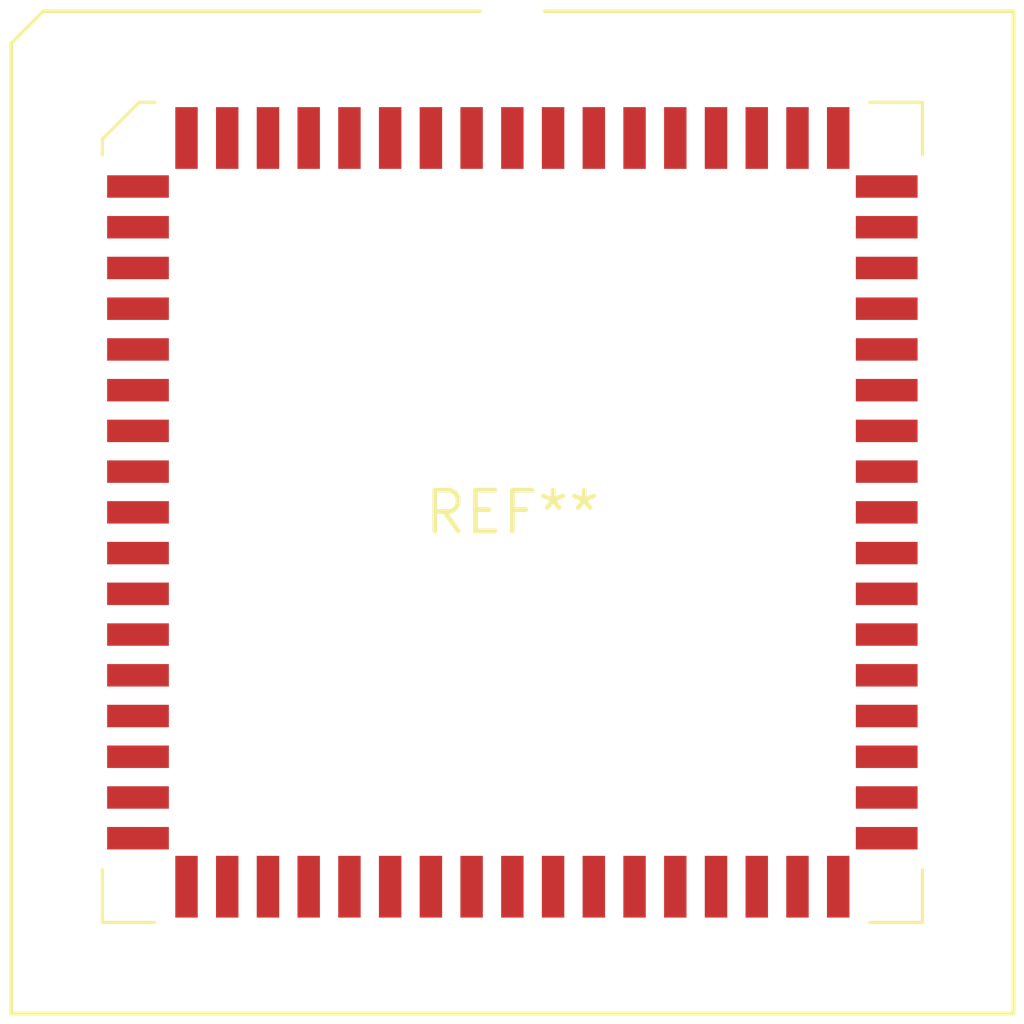
<source format=kicad_pcb>
(kicad_pcb (version 20240108) (generator pcbnew)
  (layers (0 "F.Cu" signal) (31 "B.Cu" signal) (34 "B.Paste" user) (35 "F.Paste" user) (36 "B.SilkS" user "B.Silkscreen") (37 "F.SilkS" user "F.Silkscreen") (38 "B.Mask" user) (39 "F.Mask" user) (44 "Edge.Cuts" user))
  (net 0 "")
  (footprint "PLCC-68_SMD-Socket" (layer "F.Cu") (at 0 0)
    (property "Reference" "REF**")
    (property "Value" "PLCC-68_SMD-Socket")
    (fp_line (start -15.625 -14.625) (end -15.625 15.625) (layer "F.SilkS") (stroke (width 0.12)))
    (fp_line (start -15.625 15.625) (end 15.625 15.625) (layer "F.SilkS") (stroke (width 0.12)))
    (fp_line (start -14.625 -15.625) (end -15.625 -14.625) (layer "F.SilkS") (stroke (width 0.12)))
    (fp_line (start -12.785 -11.635) (end -12.785 -11.135) (layer "F.SilkS") (stroke (width 0.1)))
    (fp_line (start -12.785 12.785) (end -12.785 11.135) (layer "F.SilkS") (stroke (width 0.1)))
    (fp_line (start -11.635 -12.785) (end -12.785 -11.635) (layer "F.SilkS") (stroke (width 0.1)))
    (fp_line (start -11.135 -12.785) (end -11.635 -12.785) (layer "F.SilkS") (stroke (width 0.1)))
    (fp_line (start -11.135 12.785) (end -12.785 12.785) (layer "F.SilkS") (stroke (width 0.1)))
    (fp_line (start -1 -15.625) (end -14.625 -15.625) (layer "F.SilkS") (stroke (width 0.12)))
    (fp_line (start 11.135 -12.785) (end 12.785 -12.785) (layer "F.SilkS") (stroke (width 0.1)))
    (fp_line (start 11.135 12.785) (end 12.785 12.785) (layer "F.SilkS") (stroke (width 0.1)))
    (fp_line (start 12.785 -12.785) (end 12.785 -11.135) (layer "F.SilkS") (stroke (width 0.1)))
    (fp_line (start 12.785 12.785) (end 12.785 11.135) (layer "F.SilkS") (stroke (width 0.1)))
    (fp_line (start 15.625 -15.625) (end 1 -15.625) (layer "F.SilkS") (stroke (width 0.12)))
    (fp_line (start 15.625 15.625) (end 15.625 -15.625) (layer "F.SilkS") (stroke (width 0.12)))
    (pad "1" smd rect (at 0 -11.6725) (size 0.7 1.925) (layers "F.Cu" "F.Paste" "F.Mask"))
    (pad "2" smd rect (at -1.27 -11.6725) (size 0.7 1.925) (layers "F.Cu" "F.Paste" "F.Mask"))
    (pad "3" smd rect (at -2.54 -11.6725) (size 0.7 1.925) (layers "F.Cu" "F.Paste" "F.Mask"))
    (pad "4" smd rect (at -3.81 -11.6725) (size 0.7 1.925) (layers "F.Cu" "F.Paste" "F.Mask"))
    (pad "5" smd rect (at -5.08 -11.6725) (size 0.7 1.925) (layers "F.Cu" "F.Paste" "F.Mask"))
    (pad "6" smd rect (at -6.35 -11.6725) (size 0.7 1.925) (layers "F.Cu" "F.Paste" "F.Mask"))
    (pad "7" smd rect (at -7.62 -11.6725) (size 0.7 1.925) (layers "F.Cu" "F.Paste" "F.Mask"))
    (pad "8" smd rect (at -8.89 -11.6725) (size 0.7 1.925) (layers "F.Cu" "F.Paste" "F.Mask"))
    (pad "9" smd rect (at -10.16 -11.6725) (size 0.7 1.925) (layers "F.Cu" "F.Paste" "F.Mask"))
    (pad "10" smd rect (at -11.6725 -10.16) (size 1.925 0.7) (layers "F.Cu" "F.Paste" "F.Mask"))
    (pad "11" smd rect (at -11.6725 -8.89) (size 1.925 0.7) (layers "F.Cu" "F.Paste" "F.Mask"))
    (pad "12" smd rect (at -11.6725 -7.62) (size 1.925 0.7) (layers "F.Cu" "F.Paste" "F.Mask"))
    (pad "13" smd rect (at -11.6725 -6.35) (size 1.925 0.7) (layers "F.Cu" "F.Paste" "F.Mask"))
    (pad "14" smd rect (at -11.6725 -5.08) (size 1.925 0.7) (layers "F.Cu" "F.Paste" "F.Mask"))
    (pad "15" smd rect (at -11.6725 -3.81) (size 1.925 0.7) (layers "F.Cu" "F.Paste" "F.Mask"))
    (pad "16" smd rect (at -11.6725 -2.54) (size 1.925 0.7) (layers "F.Cu" "F.Paste" "F.Mask"))
    (pad "17" smd rect (at -11.6725 -1.27) (size 1.925 0.7) (layers "F.Cu" "F.Paste" "F.Mask"))
    (pad "18" smd rect (at -11.6725 0) (size 1.925 0.7) (layers "F.Cu" "F.Paste" "F.Mask"))
    (pad "19" smd rect (at -11.6725 1.27) (size 1.925 0.7) (layers "F.Cu" "F.Paste" "F.Mask"))
    (pad "20" smd rect (at -11.6725 2.54) (size 1.925 0.7) (layers "F.Cu" "F.Paste" "F.Mask"))
    (pad "21" smd rect (at -11.6725 3.81) (size 1.925 0.7) (layers "F.Cu" "F.Paste" "F.Mask"))
    (pad "22" smd rect (at -11.6725 5.08) (size 1.925 0.7) (layers "F.Cu" "F.Paste" "F.Mask"))
    (pad "23" smd rect (at -11.6725 6.35) (size 1.925 0.7) (layers "F.Cu" "F.Paste" "F.Mask"))
    (pad "24" smd rect (at -11.6725 7.62) (size 1.925 0.7) (layers "F.Cu" "F.Paste" "F.Mask"))
    (pad "25" smd rect (at -11.6725 8.89) (size 1.925 0.7) (layers "F.Cu" "F.Paste" "F.Mask"))
    (pad "26" smd rect (at -11.6725 10.16) (size 1.925 0.7) (layers "F.Cu" "F.Paste" "F.Mask"))
    (pad "27" smd rect (at -10.16 11.6725) (size 0.7 1.925) (layers "F.Cu" "F.Paste" "F.Mask"))
    (pad "28" smd rect (at -8.89 11.6725) (size 0.7 1.925) (layers "F.Cu" "F.Paste" "F.Mask"))
    (pad "29" smd rect (at -7.62 11.6725) (size 0.7 1.925) (layers "F.Cu" "F.Paste" "F.Mask"))
    (pad "30" smd rect (at -6.35 11.6725) (size 0.7 1.925) (layers "F.Cu" "F.Paste" "F.Mask"))
    (pad "31" smd rect (at -5.08 11.6725) (size 0.7 1.925) (layers "F.Cu" "F.Paste" "F.Mask"))
    (pad "32" smd rect (at -3.81 11.6725) (size 0.7 1.925) (layers "F.Cu" "F.Paste" "F.Mask"))
    (pad "33" smd rect (at -2.54 11.6725) (size 0.7 1.925) (layers "F.Cu" "F.Paste" "F.Mask"))
    (pad "34" smd rect (at -1.27 11.6725) (size 0.7 1.925) (layers "F.Cu" "F.Paste" "F.Mask"))
    (pad "35" smd rect (at 0 11.6725) (size 0.7 1.925) (layers "F.Cu" "F.Paste" "F.Mask"))
    (pad "36" smd rect (at 1.27 11.6725) (size 0.7 1.925) (layers "F.Cu" "F.Paste" "F.Mask"))
    (pad "37" smd rect (at 2.54 11.6725) (size 0.7 1.925) (layers "F.Cu" "F.Paste" "F.Mask"))
    (pad "38" smd rect (at 3.81 11.6725) (size 0.7 1.925) (layers "F.Cu" "F.Paste" "F.Mask"))
    (pad "39" smd rect (at 5.08 11.6725) (size 0.7 1.925) (layers "F.Cu" "F.Paste" "F.Mask"))
    (pad "40" smd rect (at 6.35 11.6725) (size 0.7 1.925) (layers "F.Cu" "F.Paste" "F.Mask"))
    (pad "41" smd rect (at 7.62 11.6725) (size 0.7 1.925) (layers "F.Cu" "F.Paste" "F.Mask"))
    (pad "42" smd rect (at 8.89 11.6725) (size 0.7 1.925) (layers "F.Cu" "F.Paste" "F.Mask"))
    (pad "43" smd rect (at 10.16 11.6725) (size 0.7 1.925) (layers "F.Cu" "F.Paste" "F.Mask"))
    (pad "44" smd rect (at 11.6725 10.16) (size 1.925 0.7) (layers "F.Cu" "F.Paste" "F.Mask"))
    (pad "45" smd rect (at 11.6725 8.89) (size 1.925 0.7) (layers "F.Cu" "F.Paste" "F.Mask"))
    (pad "46" smd rect (at 11.6725 7.62) (size 1.925 0.7) (layers "F.Cu" "F.Paste" "F.Mask"))
    (pad "47" smd rect (at 11.6725 6.35) (size 1.925 0.7) (layers "F.Cu" "F.Paste" "F.Mask"))
    (pad "48" smd rect (at 11.6725 5.08) (size 1.925 0.7) (layers "F.Cu" "F.Paste" "F.Mask"))
    (pad "49" smd rect (at 11.6725 3.81) (size 1.925 0.7) (layers "F.Cu" "F.Paste" "F.Mask"))
    (pad "50" smd rect (at 11.6725 2.54) (size 1.925 0.7) (layers "F.Cu" "F.Paste" "F.Mask"))
    (pad "51" smd rect (at 11.6725 1.27) (size 1.925 0.7) (layers "F.Cu" "F.Paste" "F.Mask"))
    (pad "52" smd rect (at 11.6725 0) (size 1.925 0.7) (layers "F.Cu" "F.Paste" "F.Mask"))
    (pad "53" smd rect (at 11.6725 -1.27) (size 1.925 0.7) (layers "F.Cu" "F.Paste" "F.Mask"))
    (pad "54" smd rect (at 11.6725 -2.54) (size 1.925 0.7) (layers "F.Cu" "F.Paste" "F.Mask"))
    (pad "55" smd rect (at 11.6725 -3.81) (size 1.925 0.7) (layers "F.Cu" "F.Paste" "F.Mask"))
    (pad "56" smd rect (at 11.6725 -5.08) (size 1.925 0.7) (layers "F.Cu" "F.Paste" "F.Mask"))
    (pad "57" smd rect (at 11.6725 -6.35) (size 1.925 0.7) (layers "F.Cu" "F.Paste" "F.Mask"))
    (pad "58" smd rect (at 11.6725 -7.62) (size 1.925 0.7) (layers "F.Cu" "F.Paste" "F.Mask"))
    (pad "59" smd rect (at 11.6725 -8.89) (size 1.925 0.7) (layers "F.Cu" "F.Paste" "F.Mask"))
    (pad "60" smd rect (at 11.6725 -10.16) (size 1.925 0.7) (layers "F.Cu" "F.Paste" "F.Mask"))
    (pad "61" smd rect (at 10.16 -11.6725) (size 0.7 1.925) (layers "F.Cu" "F.Paste" "F.Mask"))
    (pad "62" smd rect (at 8.89 -11.6725) (size 0.7 1.925) (layers "F.Cu" "F.Paste" "F.Mask"))
    (pad "63" smd rect (at 7.62 -11.6725) (size 0.7 1.925) (layers "F.Cu" "F.Paste" "F.Mask"))
    (pad "64" smd rect (at 6.35 -11.6725) (size 0.7 1.925) (layers "F.Cu" "F.Paste" "F.Mask"))
    (pad "65" smd rect (at 5.08 -11.6725) (size 0.7 1.925) (layers "F.Cu" "F.Paste" "F.Mask"))
    (pad "66" smd rect (at 3.81 -11.6725) (size 0.7 1.925) (layers "F.Cu" "F.Paste" "F.Mask"))
    (pad "67" smd rect (at 2.54 -11.6725) (size 0.7 1.925) (layers "F.Cu" "F.Paste" "F.Mask"))
    (pad "68" smd rect (at 1.27 -11.6725) (size 0.7 1.925) (layers "F.Cu" "F.Paste" "F.Mask"))
  )
)
</source>
